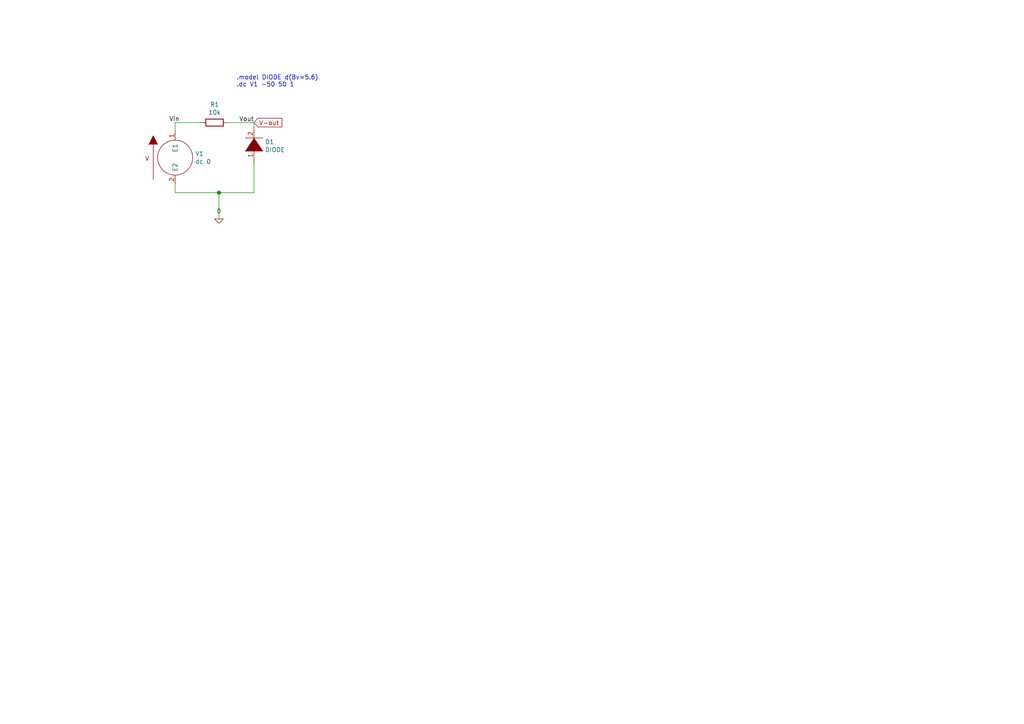
<source format=kicad_sch>
(kicad_sch (version 20211123) (generator eeschema)
  (paper "A4")
  (lib_symbols
    (symbol "Zener-rescue:0-pspice" (power) (pin_names (offset 0))
      (property "Value" "0-pspice" (at 0 -1.778 0))
      (symbol "0-pspice_0_1"
        (polyline (pts (xy -1.27 0) (xy 0 -1.27) (xy 1.27 0) (xy -1.27 0)))
      )
      (symbol "0-pspice_1_1"
        (pin power_in line (at 0 0 0) (length 0) hide (name "0") (number "1"))
      )
    )
    (symbol "Zener-rescue:R-Device" (pin_numbers hide) (pin_names (offset 0))
      (property "Reference" "R" (at 2.032 0 90))
      (property "Value" "R-Device" (at 0 0 90))
      (symbol "R-Device_0_1"
        (rectangle (start -1.016 -2.54) (end 1.016 2.54) (stroke (width 0.254)))
      )
      (symbol "R-Device_1_1"
        (pin passive line (at 0 3.81 270) (length 1.27) (name "~") (number "1"))
        (pin passive line (at 0 -3.81 90) (length 1.27) (name "~") (number "2"))
      )
    )
    (symbol "Zener-rescue:VSOURCE-pspice" (pin_names (offset 1.016))
      (property "Reference" "V" (at -6.35 7.62 0))
      (property "Value" "VSOURCE-pspice" (at 0 0 0))
      (symbol "VSOURCE-pspice_0_1"
        (polyline (pts (xy -6.35 -6.35) (xy -6.35 3.81)) (fill (type outline)))
        (polyline (pts (xy -7.62 3.81) (xy -6.35 6.35) (xy -5.08 3.81)) (fill (type outline)))
        (circle (center 0 0) (radius 5.08))
        (text "V" (at -8.128 -0.254 0) (effects (font (size 1.27 1.27))))
      )
      (symbol "VSOURCE-pspice_1_1"
        (pin input line (at 0 7.62 270) (length 2.54) (name "E1") (number "1"))
        (pin input line (at 0 -7.62 90) (length 2.54) (name "E2") (number "2"))
      )
    )
    (symbol "pspice:DIODE" (pin_names (offset 1.016) hide)
      (property "Reference" "D" (at 0 3.81 0))
      (property "Value" "DIODE" (at 0 -4.445 0))
      (symbol "DIODE_0_1"
        (polyline (pts (xy 1.905 2.54) (xy 1.905 -2.54)))
        (polyline (pts (xy -1.905 2.54) (xy -1.905 -2.54) (xy 1.905 0)) (fill (type outline)))
      )
      (symbol "DIODE_1_1"
        (pin input line (at -5.08 0 0) (length 3.81) (name "K") (number "1"))
        (pin input line (at 5.08 0 180) (length 3.81) (name "A") (number "2"))
      )
    )
  )
  (junction (at 63.5 55.88) (diameter 1.016))
  (wire (pts (xy 63.5 55.88) (xy 73.66 55.88)))
  (wire (pts (xy 50.8 38.1) (xy 50.8 35.56)))
  (wire (pts (xy 66.04 35.56) (xy 73.66 35.56)))
  (wire (pts (xy 63.5 63.5) (xy 63.5 55.88)))
  (wire (pts (xy 73.66 36.83) (xy 73.66 35.56)))
  (wire (pts (xy 73.66 55.88) (xy 73.66 46.99)))
  (wire (pts (xy 50.8 55.88) (xy 63.5 55.88)))
  (wire (pts (xy 50.8 53.34) (xy 50.8 55.88)))
  (wire (pts (xy 50.8 35.56) (xy 58.42 35.56)))
  (text ".model DIODE d(Bv=5.6)\n.dc V1 -50 50 1" (at 68.58 25.4 0) (effects (font (size 1.27 1.27)) (justify left bottom)))
  (label "Vout" (at 73.66 35.56 180))
  (label "Vin" (at 52.07 35.56 180))
  (global_label "V-out" (shape input) (at 73.66 35.56 0) (property "Intersheet References" "${INTERSHEET_REFS}" (effects hide)))
  (symbol (lib_id "Zener-rescue:VSOURCE-pspice") (at 50.8 45.72 0) (unit 1)
    (property "Reference" "V1" (at 56.5912 44.5516 0) (effects (justify left)))
    (property "Value" "dc 0" (at 56.5912 46.863 0) (effects (justify left)))
  )
  (symbol (lib_id "Zener-rescue:R-Device") (at 62.23 35.56 270) (unit 1)
    (property "Reference" "R1" (at 62.23 30.3022 90))
    (property "Value" "10k" (at 62.23 32.6136 90))
  )
  (symbol (lib_id "Zener-rescue:0-pspice") (at 63.5 63.5 0) (unit 1)
    (property "Reference" "#GND01" (effects hide))
    (property "Value" "0" (at 63.5 61.2394 0))
  )
  (symbol (lib_id "pspice:DIODE") (at 73.66 41.91 90) (unit 1)
    (property "Reference" "D1" (at 76.8351 41.1491 90) (effects (justify right)))
    (property "Value" "DIODE" (at 76.8351 43.4478 90) (effects (justify right)))
  )
)
</source>
